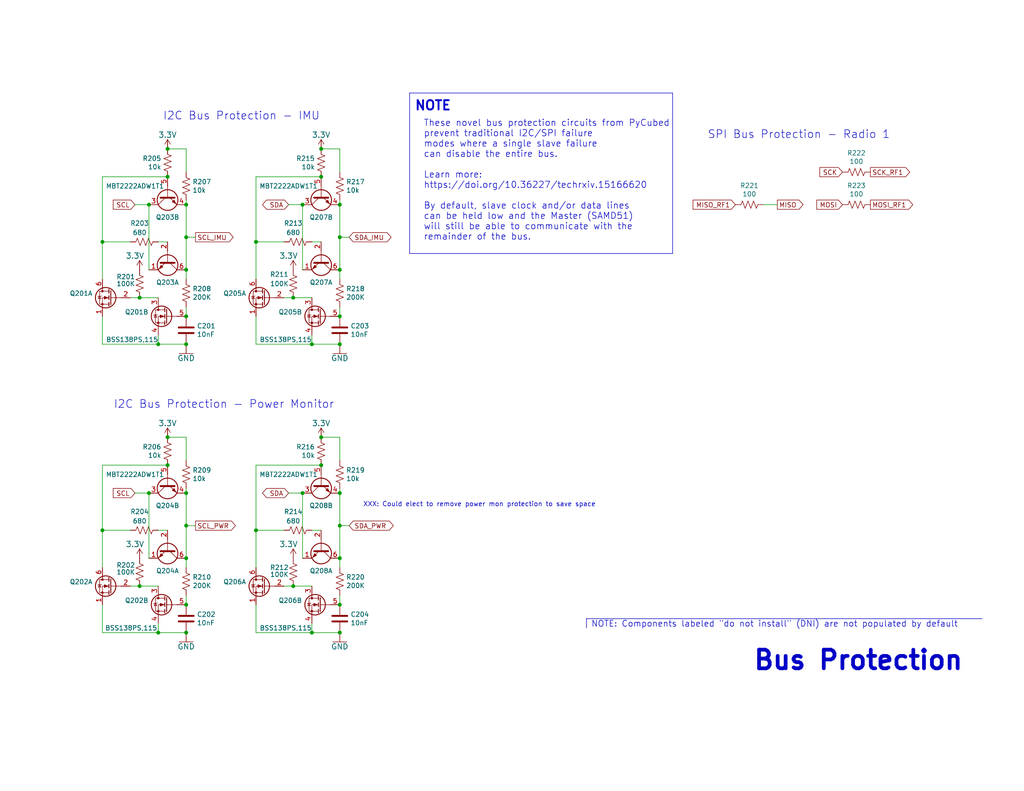
<source format=kicad_sch>
(kicad_sch (version 20231120) (generator "eeschema") (generator_version "8.0")
  (paper "USLetter")
  (title_block (title "Obi Wan Computer") (date "2024-06-07") (rev "1") (company "Ruchir Kavulli, Luke Titi, Michael Lyle") (comment 1 "Derived from PyCubed Mainboard v5"))
  (lib_symbols
    (symbol "Device:C" (pin_numbers hide) (pin_names (offset 0.254))
      (property "Reference" "C" (at 0.635 2.54 0))
      (property "Value" "C" (at 0.635 -2.54 0))
      (symbol "C_0_1"
        (polyline (pts (xy -2.032 -0.762) (xy 2.032 -0.762)) (stroke (width 0.508)))
        (polyline (pts (xy -2.032 0.762) (xy 2.032 0.762)) (stroke (width 0.508)))
      )
      (symbol "C_1_1"
        (pin passive line (at 0 3.81 270) (length 2.794) (name "~") (number "1"))
        (pin passive line (at 0 -3.81 90) (length 2.794) (name "~") (number "2"))
      )
    )
    (symbol "Device:R_US" (pin_numbers hide) (pin_names (offset 0))
      (property "Reference" "R" (at 2.54 0 90))
      (property "Value" "R_US" (at -2.54 0 90))
      (symbol "R_US_0_1"
        (polyline (pts (xy 0 -2.286) (xy 0 -2.54)))
        (polyline (pts (xy 0 2.286) (xy 0 2.54)))
        (polyline (pts (xy 0 -0.762) (xy 1.016 -1.143) (xy 0 -1.524) (xy -1.016 -1.905) (xy 0 -2.286)))
        (polyline (pts (xy 0 0.762) (xy 1.016 0.381) (xy 0 0) (xy -1.016 -0.381) (xy 0 -0.762)))
        (polyline (pts (xy 0 2.286) (xy 1.016 1.905) (xy 0 1.524) (xy -1.016 1.143) (xy 0 0.762)))
      )
      (symbol "R_US_1_1"
        (pin passive line (at 0 3.81 270) (length 1.27) (name "~") (number "1"))
        (pin passive line (at 0 -3.81 90) (length 1.27) (name "~") (number "2"))
      )
    )
    (symbol "Transistor_BJT:MBT2222ADW1T1" (pin_names (offset 0) hide)
      (property "Reference" "Q" (at 5.08 1.27 0))
      (property "Value" "MBT2222ADW1T1" (at 5.08 -1.27 0))
      (symbol "MBT2222ADW1T1_0_1"
        (polyline (pts (xy 0.635 0) (xy -2.54 0)))
        (polyline (pts (xy 0.635 0.635) (xy 2.54 2.54)))
        (polyline (pts (xy 0.635 -0.635) (xy 2.54 -2.54) (xy 2.54 -2.54)))
        (polyline (pts (xy 0.635 1.905) (xy 0.635 -1.905) (xy 0.635 -1.905)) (stroke (width 0.508)))
        (polyline (pts (xy 1.27 -1.778) (xy 1.778 -1.27) (xy 2.286 -2.286) (xy 1.27 -1.778) (xy 1.27 -1.778)) (fill (type outline)))
        (circle (center 1.27 0) (radius 2.8194) (stroke (width 0.254)))
      )
      (symbol "MBT2222ADW1T1_1_1"
        (pin passive line (at 2.54 -5.08 90) (length 2.54) (name "E1") (number "1"))
        (pin input line (at -5.08 0 0) (length 2.54) (name "B1") (number "2"))
        (pin passive line (at 2.54 5.08 270) (length 2.54) (name "C1") (number "6"))
      )
      (symbol "MBT2222ADW1T1_2_1"
        (pin passive line (at 2.54 5.08 270) (length 2.54) (name "C2") (number "3"))
        (pin passive line (at 2.54 -5.08 90) (length 2.54) (name "E2") (number "4"))
        (pin input line (at -5.08 0 0) (length 2.54) (name "B2") (number "5"))
      )
    )
    (symbol "mainboard:3.3V" (power) (pin_names (offset 1.016))
      (property "Value" "3.3V" (at -1.016 3.556 0))
      (symbol "3.3V_1_0"
        (polyline (pts (xy 0 2.54) (xy -0.762 1.27)))
        (polyline (pts (xy 0.762 1.27) (xy 0 2.54)))
        (pin power_in line (at 0 0 90) (length 2.54) (name "3.3V") (number "1"))
      )
    )
    (symbol "mainboard:BSS138DWQ-7" (pin_names (offset 0.762) hide)
      (property "Reference" "Q" (at -2.54 5.08 0))
      (property "Value" "BSS138DWQ-7" (at 3.81 6.35 0))
      (symbol "BSS138DWQ-7_1_1"
        (polyline (pts (xy -1.016 0) (xy -3.81 0)))
        (polyline (pts (xy -1.016 1.905) (xy -1.016 -1.905)) (stroke (width 0.254)))
        (polyline (pts (xy -0.508 -1.27) (xy -0.508 -2.286)) (stroke (width 0.254)))
        (polyline (pts (xy -0.508 0.508) (xy -0.508 -0.508)) (stroke (width 0.254)))
        (polyline (pts (xy -0.508 2.286) (xy -0.508 1.27)) (stroke (width 0.254)))
        (polyline (pts (xy 1.27 2.54) (xy 1.27 1.778)))
        (polyline (pts (xy 1.27 -2.54) (xy 1.27 0) (xy -0.508 0)))
        (polyline (pts (xy -0.508 -1.778) (xy 2.032 -1.778) (xy 2.032 1.778) (xy -0.508 1.778)))
        (polyline (pts (xy -0.254 0) (xy 0.762 0.381) (xy 0.762 -0.381) (xy -0.254 0)) (fill (type outline)))
        (polyline (pts (xy 1.524 0.508) (xy 1.651 0.381) (xy 2.413 0.381) (xy 2.54 0.254)))
        (polyline (pts (xy 2.032 0.381) (xy 1.651 -0.254) (xy 2.413 -0.254) (xy 2.032 0.381)))
        (circle (center 0.381 0) (radius 2.794) (stroke (width 0.254)))
        (circle (center 1.27 -1.778) (radius 0.254) (fill (type outline)))
        (circle (center 1.27 1.778) (radius 0.254) (fill (type outline)))
        (pin passive line (at 1.27 -5.08 90) (length 2.54) (name "S2") (number "1"))
        (pin input line (at -6.35 0 0) (length 2.54) (name "G2") (number "2"))
        (pin passive line (at 1.27 5.08 270) (length 2.54) (name "D1") (number "6"))
      )
      (symbol "BSS138DWQ-7_2_1"
        (polyline (pts (xy -1.016 0) (xy -3.81 0)))
        (polyline (pts (xy -1.016 1.905) (xy -1.016 -1.905)) (stroke (width 0.254)))
        (polyline (pts (xy -0.508 -1.27) (xy -0.508 -2.286)) (stroke (width 0.254)))
        (polyline (pts (xy -0.508 0.508) (xy -0.508 -0.508)) (stroke (width 0.254)))
        (polyline (pts (xy -0.508 2.286) (xy -0.508 1.27)) (stroke (width 0.254)))
        (polyline (pts (xy 1.27 2.54) (xy 1.27 1.778)))
        (polyline (pts (xy 1.27 -2.54) (xy 1.27 0) (xy -0.508 0)))
        (polyline (pts (xy -0.508 -1.778) (xy 2.032 -1.778) (xy 2.032 1.778) (xy -0.508 1.778)))
        (polyline (pts (xy -0.254 0) (xy 0.762 0.381) (xy 0.762 -0.381) (xy -0.254 0)) (fill (type outline)))
        (polyline (pts (xy 1.524 0.508) (xy 1.651 0.381) (xy 2.413 0.381) (xy 2.54 0.254)))
        (polyline (pts (xy 2.032 0.381) (xy 1.651 -0.254) (xy 2.413 -0.254) (xy 2.032 0.381)))
        (circle (center 0.381 0) (radius 2.794) (stroke (width 0.254)))
        (circle (center 1.27 -1.778) (radius 0.254) (fill (type outline)))
        (circle (center 1.27 1.778) (radius 0.254) (fill (type outline)))
        (pin passive line (at 1.27 5.08 270) (length 2.54) (name "D2") (number "3"))
        (pin passive line (at 1.27 -5.08 90) (length 2.54) (name "S1") (number "4"))
        (pin input line (at -6.35 0 0) (length 2.54) (name "G1") (number "5"))
      )
    )
    (symbol "mainboard:GND" (power) (pin_names (offset 1.016))
      (property "Value" "GND" (at -2.54 -2.54 0))
      (symbol "GND_1_0"
        (polyline (pts (xy -1.905 0) (xy 1.905 0)))
        (pin power_in line (at 0 2.54 270) (length 2.54) (name "GND") (number "1"))
      )
    )
  )
  (junction (at 50.8 55.88))
  (junction (at 85.09 93.98))
  (junction (at 45.72 119.38))
  (junction (at 92.71 93.98))
  (junction (at 40.64 55.88))
  (junction (at 92.71 165.1))
  (junction (at 92.71 73.66))
  (junction (at 43.18 172.72))
  (junction (at 69.85 66.04))
  (junction (at 50.8 73.66))
  (junction (at 50.8 64.77))
  (junction (at 50.8 172.72))
  (junction (at 92.71 64.77))
  (junction (at 50.8 143.51))
  (junction (at 87.63 127))
  (junction (at 27.94 66.04))
  (junction (at 43.18 93.98))
  (junction (at 50.8 86.36))
  (junction (at 82.55 134.62))
  (junction (at 38.1 160.02))
  (junction (at 40.64 134.62))
  (junction (at 92.71 134.62))
  (junction (at 69.85 144.78))
  (junction (at 45.72 48.26))
  (junction (at 45.72 127))
  (junction (at 92.71 143.51))
  (junction (at 87.63 40.64))
  (junction (at 38.1 81.28))
  (junction (at 82.55 55.88))
  (junction (at 80.01 81.28))
  (junction (at 27.94 144.78))
  (junction (at 45.72 40.64))
  (junction (at 80.01 160.02))
  (junction (at 85.09 172.72))
  (junction (at 92.71 172.72))
  (junction (at 92.71 152.4))
  (junction (at 92.71 86.36))
  (junction (at 50.8 134.62))
  (junction (at 87.63 48.26))
  (junction (at 92.71 55.88))
  (junction (at 50.8 152.4))
  (junction (at 50.8 93.98))
  (junction (at 87.63 119.38))
  (junction (at 50.8 165.1))
  (wire (pts (xy 92.71 162.56) (xy 92.71 165.1)))
  (wire (pts (xy 40.64 55.88) (xy 40.64 73.66)))
  (wire (pts (xy 43.18 170.18) (xy 43.18 172.72)))
  (wire (pts (xy 50.8 83.82) (xy 50.8 86.36)))
  (wire (pts (xy 69.85 66.04) (xy 77.47 66.04)))
  (wire (pts (xy 50.8 64.77) (xy 50.8 55.88)))
  (wire (pts (xy 85.09 172.72) (xy 92.71 172.72)))
  (wire (pts (xy 50.8 162.56) (xy 50.8 165.1)))
  (wire (pts (xy 69.85 172.72) (xy 85.09 172.72)))
  (polyline (pts (xy 160.02 168.91) (xy 267.97 168.91)))
  (wire (pts (xy 50.8 154.94) (xy 50.8 152.4)))
  (wire (pts (xy 92.71 133.35) (xy 92.71 134.62)))
  (wire (pts (xy 92.71 119.38) (xy 87.63 119.38)))
  (wire (pts (xy 27.94 76.2) (xy 27.94 66.04)))
  (wire (pts (xy 69.85 127) (xy 87.63 127)))
  (polyline (pts (xy 160.02 171.45) (xy 160.02 168.91)))
  (wire (pts (xy 80.01 160.02) (xy 77.47 160.02)))
  (wire (pts (xy 50.8 46.99) (xy 50.8 40.64)))
  (wire (pts (xy 50.8 54.61) (xy 50.8 55.88)))
  (wire (pts (xy 92.71 73.66) (xy 92.71 64.77)))
  (wire (pts (xy 85.09 160.02) (xy 80.01 160.02)))
  (wire (pts (xy 36.83 134.62) (xy 40.64 134.62)))
  (wire (pts (xy 50.8 76.2) (xy 50.8 73.66)))
  (wire (pts (xy 69.85 144.78) (xy 69.85 127)))
  (wire (pts (xy 43.18 81.28) (xy 38.1 81.28)))
  (wire (pts (xy 50.8 143.51) (xy 50.8 134.62)))
  (wire (pts (xy 82.55 55.88) (xy 82.55 73.66)))
  (wire (pts (xy 27.94 66.04) (xy 35.56 66.04)))
  (wire (pts (xy 92.71 143.51) (xy 92.71 134.62)))
  (wire (pts (xy 50.8 125.73) (xy 50.8 119.38)))
  (wire (pts (xy 27.94 127) (xy 45.72 127)))
  (wire (pts (xy 92.71 152.4) (xy 92.71 143.51)))
  (wire (pts (xy 50.8 73.66) (xy 50.8 64.77)))
  (wire (pts (xy 27.94 66.04) (xy 27.94 48.26)))
  (wire (pts (xy 43.18 172.72) (xy 50.8 172.72)))
  (wire (pts (xy 92.71 154.94) (xy 92.71 152.4)))
  (wire (pts (xy 43.18 91.44) (xy 43.18 93.98)))
  (wire (pts (xy 38.1 81.28) (xy 35.56 81.28)))
  (wire (pts (xy 69.85 144.78) (xy 77.47 144.78)))
  (wire (pts (xy 27.94 144.78) (xy 35.56 144.78)))
  (wire (pts (xy 36.83 55.88) (xy 40.64 55.88)))
  (wire (pts (xy 53.34 143.51) (xy 50.8 143.51)))
  (wire (pts (xy 27.94 172.72) (xy 43.18 172.72)))
  (wire (pts (xy 50.8 133.35) (xy 50.8 134.62)))
  (wire (pts (xy 43.18 93.98) (xy 50.8 93.98)))
  (wire (pts (xy 40.64 134.62) (xy 40.64 152.4)))
  (wire (pts (xy 95.25 64.77) (xy 92.71 64.77)))
  (wire (pts (xy 43.18 160.02) (xy 38.1 160.02)))
  (wire (pts (xy 50.8 119.38) (xy 45.72 119.38)))
  (wire (pts (xy 27.94 86.36) (xy 27.94 93.98)))
  (wire (pts (xy 45.72 66.04) (xy 43.18 66.04)))
  (wire (pts (xy 27.94 93.98) (xy 43.18 93.98)))
  (wire (pts (xy 69.85 93.98) (xy 85.09 93.98)))
  (wire (pts (xy 80.01 81.28) (xy 77.47 81.28)))
  (wire (pts (xy 69.85 76.2) (xy 69.85 66.04)))
  (wire (pts (xy 85.09 170.18) (xy 85.09 172.72)))
  (polyline (pts (xy 183.515 25.4) (xy 111.76 25.4)))
  (wire (pts (xy 87.63 144.78) (xy 85.09 144.78)))
  (wire (pts (xy 92.71 64.77) (xy 92.71 55.88)))
  (wire (pts (xy 78.74 55.88) (xy 82.55 55.88)))
  (wire (pts (xy 92.71 76.2) (xy 92.71 73.66)))
  (wire (pts (xy 69.85 154.94) (xy 69.85 144.78)))
  (wire (pts (xy 92.71 83.82) (xy 92.71 86.36)))
  (wire (pts (xy 69.85 165.1) (xy 69.85 172.72)))
  (wire (pts (xy 50.8 152.4) (xy 50.8 143.51)))
  (wire (pts (xy 38.1 160.02) (xy 35.56 160.02)))
  (wire (pts (xy 85.09 81.28) (xy 80.01 81.28)))
  (wire (pts (xy 92.71 125.73) (xy 92.71 119.38)))
  (wire (pts (xy 27.94 165.1) (xy 27.94 172.72)))
  (wire (pts (xy 208.28 55.88) (xy 212.09 55.88)))
  (wire (pts (xy 92.71 54.61) (xy 92.71 55.88)))
  (wire (pts (xy 27.94 48.26) (xy 45.72 48.26)))
  (polyline (pts (xy 111.76 25.4) (xy 111.76 69.215)))
  (wire (pts (xy 85.09 93.98) (xy 92.71 93.98)))
  (wire (pts (xy 92.71 40.64) (xy 87.63 40.64)))
  (wire (pts (xy 92.71 46.99) (xy 92.71 40.64)))
  (wire (pts (xy 27.94 144.78) (xy 27.94 127)))
  (wire (pts (xy 27.94 154.94) (xy 27.94 144.78)))
  (wire (pts (xy 69.85 66.04) (xy 69.85 48.26)))
  (wire (pts (xy 45.72 144.78) (xy 43.18 144.78)))
  (wire (pts (xy 50.8 40.64) (xy 45.72 40.64)))
  (wire (pts (xy 69.85 86.36) (xy 69.85 93.98)))
  (wire (pts (xy 95.25 143.51) (xy 92.71 143.51)))
  (wire (pts (xy 87.63 66.04) (xy 85.09 66.04)))
  (wire (pts (xy 82.55 134.62) (xy 82.55 152.4)))
  (wire (pts (xy 85.09 91.44) (xy 85.09 93.98)))
  (wire (pts (xy 78.74 134.62) (xy 82.55 134.62)))
  (polyline (pts (xy 183.515 69.215) (xy 183.515 25.4)))
  (polyline (pts (xy 111.76 69.215) (xy 183.515 69.215)))
  (wire (pts (xy 53.34 64.77) (xy 50.8 64.77)))
  (wire (pts (xy 69.85 48.26) (xy 87.63 48.26)))
  (text "These novel bus protection circuits from PyCubed\nprevent traditional I2C/SPI failure \nmodes where a single slave failure\ncan disable the entire bus.\n\nLearn more: \nhttps://doi.org/10.36227/techrxiv.15166620\n\nBy default, slave clock and/or data lines \ncan be held low and the Master (SAMD51) \nwill still be able to communicate with the \nremainder of the bus." (at 115.57 65.786 0) (effects (font (size 1.7526 1.7526)) (justify left bottom)))
  (text "SPI Bus Protection - Radio 1" (at 193.04 38.1 0) (effects (font (size 2.159 2.159)) (justify left bottom)))
  (text "NOTE: Components labeled \"do not install\" (DNI) are not populated by default" (at 161.29 171.45 0) (effects (font (size 1.651 1.651)) (justify left bottom)))
  (text "NOTE" (at 113.03 30.48 0) (effects (font (size 2.54 2.54) (thickness 0.508) (bold yes)) (justify left bottom)))
  (text "Bus Protection" (at 205.232 183.388 0) (effects (font (size 5.08 5.08) (thickness 1.016) (bold yes)) (justify left bottom)))
  (text "I2C Bus Protection - Power Monitor" (at 30.988 111.76 0) (effects (font (size 2.159 2.159)) (justify left bottom)))
  (text "I2C Bus Protection - IMU" (at 44.45 33.02 0) (effects (font (size 2.159 2.159)) (justify left bottom)))
  (text "XXX: Could elect to remove power mon protection to save space" (at 130.81 137.795 0) (effects (font (size 1.27 1.27))))
  (global_label "SCL_PWR" (shape output) (at 53.34 143.51 0) (property "Intersheetrefs" "${INTERSHEET_REFS}" (effects (hide yes))))
  (global_label "SCK" (shape input) (at 229.87 46.99 180) (property "Intersheetrefs" "${INTERSHEET_REFS}" (effects (hide yes))))
  (global_label "SCL" (shape input) (at 36.83 134.62 180) (property "Intersheetrefs" "${INTERSHEET_REFS}" (effects (hide yes))))
  (global_label "MISO_RF1" (shape input) (at 200.66 55.88 180) (property "Intersheetrefs" "${INTERSHEET_REFS}" (effects (hide yes))))
  (global_label "MOSI_RF1" (shape output) (at 237.49 55.88 0) (property "Intersheetrefs" "${INTERSHEET_REFS}" (effects (hide yes))))
  (global_label "SCL_IMU" (shape output) (at 53.34 64.77 0) (property "Intersheetrefs" "${INTERSHEET_REFS}" (effects (hide yes))))
  (global_label "SDA" (shape bidirectional) (at 78.74 134.62 180) (property "Intersheetrefs" "${INTERSHEET_REFS}" (effects (hide yes))))
  (global_label "SCK_RF1" (shape output) (at 237.49 46.99 0) (property "Intersheetrefs" "${INTERSHEET_REFS}" (effects (hide yes))))
  (global_label "SDA_PWR" (shape bidirectional) (at 95.25 143.51 0) (property "Intersheetrefs" "${INTERSHEET_REFS}" (effects (hide yes))))
  (global_label "SCL" (shape input) (at 36.83 55.88 180) (property "Intersheetrefs" "${INTERSHEET_REFS}" (effects (hide yes))))
  (global_label "MISO" (shape output) (at 212.09 55.88 0) (property "Intersheetrefs" "${INTERSHEET_REFS}" (effects (hide yes))))
  (global_label "SDA" (shape bidirectional) (at 78.74 55.88 180) (property "Intersheetrefs" "${INTERSHEET_REFS}" (effects (hide yes))))
  (global_label "MOSI" (shape input) (at 229.87 55.88 180) (property "Intersheetrefs" "${INTERSHEET_REFS}" (effects (hide yes))))
  (global_label "SDA_IMU" (shape bidirectional) (at 95.25 64.77 0) (property "Intersheetrefs" "${INTERSHEET_REFS}" (effects (hide yes))))
  (symbol (lib_id "mainboard:BSS138DWQ-7") (at 29.21 81.28 0) (mirror y) (unit 1)
    (property "Reference" "Q201" (at 25.273 80.1116 0) (effects (justify left)))
    (property "Value" "BSS138PS,115" (at 43.18 92.71 0) (effects (justify left)))
    (property "Footprint" "Package_TO_SOT_SMD:SOT-363_SC-70-6" (effects (hide yes)))
    (property "Datasheet" "https://www.diodes.com/assets/Datasheets/BSS138DWQ.pdf" (effects (hide yes)))
    (property "Description" "Dual N-Channel MOSFET - 2NMOS" (effects (hide yes)))
    (property "Flight" "BSS138PS,115" (effects (hide yes)))
    (property "Manufacturer_Part_Number" "BSS138PS,115" (effects (hide yes)))
    (property "Proto" "BSS138PS,115" (effects (hide yes)))
    (property "LCSC" "C193381" (effects (hide yes)))
  )
  (symbol (lib_id "mainboard:BSS138DWQ-7") (at 44.45 86.36 0) (mirror y) (unit 2)
    (property "Reference" "Q201" (at 40.513 85.1916 0) (effects (justify left)))
    (property "Value" "BSS138PS,115" (effects (hide yes)))
    (property "Footprint" "Package_TO_SOT_SMD:SOT-363_SC-70-6" (effects (hide yes)))
    (property "Datasheet" "https://www.diodes.com/assets/Datasheets/BSS138DWQ.pdf" (effects (hide yes)))
    (property "Description" "Dual N-Channel MOSFET - 2NMOS" (effects (hide yes)))
    (property "Flight" "BSS138PS,115" (effects (hide yes)))
    (property "Manufacturer_Part_Number" "BSS138PS,115" (effects (hide yes)))
    (property "Proto" "BSS138PS,115" (effects (hide yes)))
    (property "LCSC" "C193381" (effects (hide yes)))
  )
  (symbol (lib_id "Transistor_BJT:MBT2222ADW1T1") (at 45.72 71.12 270) (unit 1)
    (property "Reference" "Q203" (at 45.72 77.1144 90))
    (property "Value" "MBT2222ADW1T1" (effects (hide yes)))
    (property "Footprint" "Package_TO_SOT_SMD:SOT-363_SC-70-6" (effects (hide yes)))
    (property "Datasheet" "http://www.onsemi.com/pub_link/Collateral/MBT2222ADW1T1-D.PDF" (effects (hide yes)))
    (property "Description" "Dual NPN BJT - 2NPN" (effects (hide yes)))
    (property "Flight" "MBT2222ADW1T1G" (effects (hide yes)))
    (property "Manufacturer_Name" "onsemi" (effects (hide yes)))
    (property "Manufacturer_Part_Number" "MBT2222ADW1T1G" (effects (hide yes)))
    (property "Proto" "MBT2222ADW1T1G" (effects (hide yes)))
    (property "LCSC" "C157366" (effects (hide yes)))
  )
  (symbol (lib_id "Transistor_BJT:MBT2222ADW1T1") (at 45.72 53.34 90) (mirror x) (unit 2)
    (property "Reference" "Q203" (at 45.72 59.309 90))
    (property "Value" "MBT2222ADW1T1" (at 36.83 50.8 90))
    (property "Footprint" "Package_TO_SOT_SMD:SOT-363_SC-70-6" (effects (hide yes)))
    (property "Datasheet" "http://www.onsemi.com/pub_link/Collateral/MBT2222ADW1T1-D.PDF" (effects (hide yes)))
    (property "Description" "Dual NPN BJT - 2NPN" (effects (hide yes)))
    (property "Flight" "MBT2222ADW1T1G" (effects (hide yes)))
    (property "Manufacturer_Name" "onsemi" (effects (hide yes)))
    (property "Manufacturer_Part_Number" "MBT2222ADW1T1G" (effects (hide yes)))
    (property "Proto" "MBT2222ADW1T1G" (effects (hide yes)))
    (property "LCSC" "C157366" (effects (hide yes)))
  )
  (symbol (lib_id "Device:C") (at 50.8 90.17 0) (unit 1)
    (property "Reference" "C201" (at 53.721 89.0016 0) (effects (justify left)))
    (property "Value" "10nF" (at 53.721 91.313 0) (effects (justify left)))
    (property "Footprint" "Capacitor_SMD:C_0603_1608Metric" (effects (hide yes)))
    (property "Description" "50V 10nF X7R ±10% 0603" (effects (hide yes)))
    (property "LCSC" "C1589" (effects (hide yes)))
    (property "Manufacturer_Name" " Samsung Electro-Mechanics" (effects (hide yes)))
    (property "Manufacturer_Part_Number" " CL10B103KB8NNNC" (effects (hide yes)))
  )
  (symbol (lib_id "mainboard:GND") (at 50.8 96.52 0) (unit 1)
    (property "Reference" "#GND0201" (effects (hide yes)))
    (property "Value" "GND" (at 50.8 97.79 0) (effects (font (size 1.4986 1.4986))))
  )
  (symbol (lib_id "Device:R_US") (at 50.8 50.8 0) (unit 1)
    (property "Reference" "R207" (at 52.5272 49.6316 0) (effects (justify left)))
    (property "Value" "10k" (at 52.5272 51.943 0) (effects (justify left)))
    (property "Footprint" "Resistor_SMD:R_0603_1608Metric" (effects (hide yes)))
    (property "Description" "10k 0603" (effects (hide yes)))
    (property "LCSC" "C169849" (effects (hide yes)))
    (property "Manufacturer_Name" "PANASONIC" (effects (hide yes)))
    (property "Manufacturer_Part_Number" "ERJ3GEYJ103V" (effects (hide yes)))
  )
  (symbol (lib_id "Device:R_US") (at 45.72 44.45 0) (unit 1)
    (property "Reference" "R205" (at 44.0182 43.2816 0) (effects (justify right)))
    (property "Value" "10k" (at 44.0182 45.593 0) (effects (justify right)))
    (property "Footprint" "Resistor_SMD:R_0603_1608Metric" (effects (hide yes)))
    (property "Description" "10k 0603" (effects (hide yes)))
    (property "LCSC" "C169849" (effects (hide yes)))
    (property "Manufacturer_Name" "PANASONIC" (effects (hide yes)))
    (property "Manufacturer_Part_Number" "ERJ3GEYJ103V" (effects (hide yes)))
  )
  (symbol (lib_id "mainboard:3.3V") (at 45.72 40.64 0) (unit 1)
    (property "Reference" "#P+0203" (effects (hide yes)))
    (property "Value" "3.3V" (at 45.72 36.83 0) (effects (font (size 1.4986 1.4986))))
  )
  (symbol (lib_id "Device:R_US") (at 39.37 66.04 270) (unit 1)
    (property "Reference" "R203" (at 38.1 60.96 90))
    (property "Value" "680" (at 38.1 63.5 90))
    (property "Footprint" "Resistor_SMD:R_0603_1608Metric" (effects (hide yes)))
    (property "Description" "680 0603" (effects (hide yes)))
    (property "LCSC" "C112310" (effects (hide yes)))
  )
  (symbol (lib_id "Device:R_US") (at 38.1 77.47 0) (unit 1)
    (property "Reference" "R201" (at 31.75 75.565 0) (effects (justify left)))
    (property "Value" "100K" (at 31.75 77.47 0) (effects (justify left)))
    (property "Footprint" "Resistor_SMD:R_0603_1608Metric" (effects (hide yes)))
    (property "Description" "100K 0603" (effects (hide yes)))
    (property "LCSC" "C5369222" (effects (hide yes)))
    (property "Manufacturer_Name" " Vishay Intertech" (effects (hide yes)))
    (property "Manufacturer_Part_Number" " CRCW0603100KFKEC" (effects (hide yes)))
  )
  (symbol (lib_id "mainboard:3.3V") (at 38.1 73.66 0) (unit 1)
    (property "Reference" "#P+0201" (effects (hide yes)))
    (property "Value" "3.3V" (at 36.83 69.85 0) (effects (font (size 1.4986 1.4986))))
  )
  (symbol (lib_id "Device:R_US") (at 50.8 80.01 0) (unit 1)
    (property "Reference" "R208" (at 52.5272 78.8416 0) (effects (justify left)))
    (property "Value" "200K" (at 52.5272 81.153 0) (effects (justify left)))
    (property "Footprint" "Resistor_SMD:R_0603_1608Metric" (effects (hide yes)))
    (property "Description" "200K 0603" (effects (hide yes)))
    (property "LCSC" "C473261" (effects (hide yes)))
    (property "Manufacturer_Name" " PANASONIC" (effects (hide yes)))
    (property "Manufacturer_Part_Number" " ERA3AEB204V" (effects (hide yes)))
  )
  (symbol (lib_id "Transistor_BJT:MBT2222ADW1T1") (at 87.63 71.12 270) (unit 1)
    (property "Reference" "Q207" (at 87.63 77.1144 90))
    (property "Value" "MBT2222ADW1T1" (effects (hide yes)))
    (property "Footprint" "Package_TO_SOT_SMD:SOT-363_SC-70-6" (effects (hide yes)))
    (property "Datasheet" "http://www.onsemi.com/pub_link/Collateral/MBT2222ADW1T1-D.PDF" (effects (hide yes)))
    (property "Description" "Dual NPN BJT - 2NPN" (effects (hide yes)))
    (property "Flight" "MBT2222ADW1T1G" (effects (hide yes)))
    (property "Manufacturer_Name" "onsemi" (effects (hide yes)))
    (property "Manufacturer_Part_Number" "MBT2222ADW1T1G" (effects (hide yes)))
    (property "Proto" "MBT2222ADW1T1G" (effects (hide yes)))
    (property "LCSC" "C157366" (effects (hide yes)))
  )
  (symbol (lib_id "Transistor_BJT:MBT2222ADW1T1") (at 87.63 53.34 90) (mirror x) (unit 2)
    (property "Reference" "Q207" (at 87.63 59.309 90))
    (property "Value" "MBT2222ADW1T1" (at 78.74 50.8 90))
    (property "Footprint" "Package_TO_SOT_SMD:SOT-363_SC-70-6" (effects (hide yes)))
    (property "Datasheet" "http://www.onsemi.com/pub_link/Collateral/MBT2222ADW1T1-D.PDF" (effects (hide yes)))
    (property "Description" "Dual NPN BJT - 2NPN" (effects (hide yes)))
    (property "Flight" "MBT2222ADW1T1G" (effects (hide yes)))
    (property "Manufacturer_Name" "onsemi" (effects (hide yes)))
    (property "Manufacturer_Part_Number" "MBT2222ADW1T1G" (effects (hide yes)))
    (property "Proto" "MBT2222ADW1T1G" (effects (hide yes)))
    (property "LCSC" "C157366" (effects (hide yes)))
  )
  (symbol (lib_id "Device:C") (at 92.71 90.17 0) (unit 1)
    (property "Reference" "C203" (at 95.631 89.0016 0) (effects (justify left)))
    (property "Value" "10nF" (at 95.631 91.313 0) (effects (justify left)))
    (property "Footprint" "Capacitor_SMD:C_0603_1608Metric" (effects (hide yes)))
    (property "Description" "50V 10nF X7R ±10% 0603" (effects (hide yes)))
    (property "LCSC" "C1589" (effects (hide yes)))
    (property "Manufacturer_Name" " Samsung Electro-Mechanics" (effects (hide yes)))
    (property "Manufacturer_Part_Number" " CL10B103KB8NNNC" (effects (hide yes)))
  )
  (symbol (lib_id "mainboard:GND") (at 92.71 96.52 0) (unit 1)
    (property "Reference" "#GND0203" (effects (hide yes)))
    (property "Value" "GND" (at 92.71 97.79 0) (effects (font (size 1.4986 1.4986))))
  )
  (symbol (lib_id "Device:R_US") (at 87.63 44.45 0) (unit 1)
    (property "Reference" "R215" (at 85.9282 43.2816 0) (effects (justify right)))
    (property "Value" "10k" (at 85.9282 45.593 0) (effects (justify right)))
    (property "Footprint" "Resistor_SMD:R_0603_1608Metric" (effects (hide yes)))
    (property "Description" "10k 0603" (effects (hide yes)))
    (property "LCSC" "C169849" (effects (hide yes)))
    (property "Manufacturer_Name" "PANASONIC" (effects (hide yes)))
    (property "Manufacturer_Part_Number" "ERJ3GEYJ103V" (effects (hide yes)))
  )
  (symbol (lib_id "mainboard:3.3V") (at 87.63 40.64 0) (unit 1)
    (property "Reference" "#P+0207" (effects (hide yes)))
    (property "Value" "3.3V" (at 87.63 36.83 0) (effects (font (size 1.4986 1.4986))))
  )
  (symbol (lib_id "Device:R_US") (at 81.28 66.04 270) (unit 1)
    (property "Reference" "R213" (at 80.01 60.96 90))
    (property "Value" "680" (at 80.01 63.5 90))
    (property "Footprint" "Resistor_SMD:R_0603_1608Metric" (effects (hide yes)))
    (property "Description" "680 0603" (effects (hide yes)))
    (property "LCSC" "C112310" (effects (hide yes)))
  )
  (symbol (lib_id "mainboard:BSS138DWQ-7") (at 86.36 86.36 0) (mirror y) (unit 2)
    (property "Reference" "Q205" (at 82.423 85.1916 0) (effects (justify left)))
    (property "Value" "BSS138PS,115" (effects (hide yes)))
    (property "Footprint" "Package_TO_SOT_SMD:SOT-363_SC-70-6" (effects (hide yes)))
    (property "Datasheet" "https://www.diodes.com/assets/Datasheets/BSS138DWQ.pdf" (effects (hide yes)))
    (property "Description" "Dual N-Channel MOSFET - 2NMOS" (effects (hide yes)))
    (property "Flight" "BSS138PS,115" (effects (hide yes)))
    (property "Manufacturer_Part_Number" "BSS138PS,115" (effects (hide yes)))
    (property "Proto" "BSS138PS,115" (effects (hide yes)))
    (property "LCSC" "C193381" (effects (hide yes)))
  )
  (symbol (lib_id "Device:R_US") (at 92.71 80.01 0) (unit 1)
    (property "Reference" "R218" (at 94.4372 78.8416 0) (effects (justify left)))
    (property "Value" "200K" (at 94.4372 81.153 0) (effects (justify left)))
    (property "Footprint" "Resistor_SMD:R_0603_1608Metric" (effects (hide yes)))
    (property "Description" "200K 0603" (effects (hide yes)))
    (property "LCSC" "C473261" (effects (hide yes)))
    (property "Manufacturer_Name" " PANASONIC" (effects (hide yes)))
    (property "Manufacturer_Part_Number" " ERA3AEB204V" (effects (hide yes)))
  )
  (symbol (lib_id "mainboard:3.3V") (at 80.01 73.66 0) (unit 1)
    (property "Reference" "#P+0205" (effects (hide yes)))
    (property "Value" "3.3V" (at 78.74 69.85 0) (effects (font (size 1.4986 1.4986))))
  )
  (symbol (lib_id "Device:R_US") (at 80.01 77.47 0) (unit 1)
    (property "Reference" "R211" (at 73.66 74.93 0) (effects (justify left)))
    (property "Value" "100K" (at 73.66 77.47 0) (effects (justify left)))
    (property "Footprint" "Resistor_SMD:R_0603_1608Metric" (effects (hide yes)))
    (property "Description" "100K 0603" (effects (hide yes)))
    (property "LCSC" "C5369222" (effects (hide yes)))
    (property "Manufacturer_Name" " Vishay Intertech" (effects (hide yes)))
    (property "Manufacturer_Part_Number" " CRCW0603100KFKEC" (effects (hide yes)))
  )
  (symbol (lib_id "mainboard:BSS138DWQ-7") (at 71.12 81.28 0) (mirror y) (unit 1)
    (property "Reference" "Q205" (at 67.183 80.1116 0) (effects (justify left)))
    (property "Value" "BSS138PS,115" (at 85.09 92.71 0) (effects (justify left)))
    (property "Footprint" "Package_TO_SOT_SMD:SOT-363_SC-70-6" (effects (hide yes)))
    (property "Datasheet" "https://www.diodes.com/assets/Datasheets/BSS138DWQ.pdf" (effects (hide yes)))
    (property "Description" "Dual N-Channel MOSFET - 2NMOS" (effects (hide yes)))
    (property "Flight" "BSS138PS,115" (effects (hide yes)))
    (property "Manufacturer_Part_Number" "BSS138PS,115" (effects (hide yes)))
    (property "Proto" "BSS138PS,115" (effects (hide yes)))
    (property "LCSC" "C193381" (effects (hide yes)))
  )
  (symbol (lib_id "Device:R_US") (at 92.71 50.8 0) (unit 1)
    (property "Reference" "R217" (at 94.4372 49.6316 0) (effects (justify left)))
    (property "Value" "10k" (at 94.4372 51.943 0) (effects (justify left)))
    (property "Footprint" "Resistor_SMD:R_0603_1608Metric" (effects (hide yes)))
    (property "Description" "10k 0603" (effects (hide yes)))
    (property "LCSC" "C169849" (effects (hide yes)))
    (property "Manufacturer_Name" "PANASONIC" (effects (hide yes)))
    (property "Manufacturer_Part_Number" "ERJ3GEYJ103V" (effects (hide yes)))
  )
  (symbol (lib_id "Transistor_BJT:MBT2222ADW1T1") (at 45.72 132.08 90) (mirror x) (unit 2)
    (property "Reference" "Q204" (at 45.72 138.049 90))
    (property "Value" "MBT2222ADW1T1" (at 36.83 129.54 90))
    (property "Footprint" "Package_TO_SOT_SMD:SOT-363_SC-70-6" (effects (hide yes)))
    (property "Datasheet" "http://www.onsemi.com/pub_link/Collateral/MBT2222ADW1T1-D.PDF" (effects (hide yes)))
    (property "Description" "Dual NPN BJT - 2NPN" (effects (hide yes)))
    (property "Flight" "MBT2222ADW1T1G" (effects (hide yes)))
    (property "Manufacturer_Name" "onsemi" (effects (hide yes)))
    (property "Manufacturer_Part_Number" "MBT2222ADW1T1G" (effects (hide yes)))
    (property "Proto" "MBT2222ADW1T1G" (effects (hide yes)))
    (property "LCSC" "C157366" (effects (hide yes)))
  )
  (symbol (lib_id "Device:C") (at 50.8 168.91 0) (unit 1)
    (property "Reference" "C202" (at 53.721 167.7416 0) (effects (justify left)))
    (property "Value" "10nF" (at 53.721 170.053 0) (effects (justify left)))
    (property "Footprint" "Capacitor_SMD:C_0603_1608Metric" (effects (hide yes)))
    (property "Description" "50V 10nF X7R ±10% 0603" (effects (hide yes)))
    (property "LCSC" "C1589" (effects (hide yes)))
    (property "Manufacturer_Name" " Samsung Electro-Mechanics" (effects (hide yes)))
    (property "Manufacturer_Part_Number" " CL10B103KB8NNNC" (effects (hide yes)))
  )
  (symbol (lib_id "mainboard:GND") (at 50.8 175.26 0) (unit 1)
    (property "Reference" "#GND0202" (effects (hide yes)))
    (property "Value" "GND" (at 50.8 176.53 0) (effects (font (size 1.4986 1.4986))))
  )
  (symbol (lib_id "Device:R_US") (at 45.72 123.19 0) (unit 1)
    (property "Reference" "R206" (at 44.0182 122.0216 0) (effects (justify right)))
    (property "Value" "10k" (at 44.0182 124.333 0) (effects (justify right)))
    (property "Footprint" "Resistor_SMD:R_0603_1608Metric" (effects (hide yes)))
    (property "Description" "10k 0603" (effects (hide yes)))
    (property "LCSC" "C169849" (effects (hide yes)))
    (property "Manufacturer_Name" "PANASONIC" (effects (hide yes)))
    (property "Manufacturer_Part_Number" "ERJ3GEYJ103V" (effects (hide yes)))
  )
  (symbol (lib_id "mainboard:3.3V") (at 45.72 119.38 0) (unit 1)
    (property "Reference" "#P+0204" (effects (hide yes)))
    (property "Value" "3.3V" (at 45.72 115.57 0) (effects (font (size 1.4986 1.4986))))
  )
  (symbol (lib_id "Device:R_US") (at 39.37 144.78 270) (unit 1)
    (property "Reference" "R204" (at 38.1 139.7 90))
    (property "Value" "680" (at 38.1 142.24 90))
    (property "Footprint" "Resistor_SMD:R_0603_1608Metric" (effects (hide yes)))
    (property "Description" "680 0603" (effects (hide yes)))
    (property "LCSC" "C112310" (effects (hide yes)))
  )
  (symbol (lib_id "mainboard:BSS138DWQ-7") (at 44.45 165.1 0) (mirror y) (unit 2)
    (property "Reference" "Q202" (at 40.513 163.9316 0) (effects (justify left)))
    (property "Value" "BSS138PS,115" (effects (hide yes)))
    (property "Footprint" "Package_TO_SOT_SMD:SOT-363_SC-70-6" (effects (hide yes)))
    (property "Datasheet" "https://www.diodes.com/assets/Datasheets/BSS138DWQ.pdf" (effects (hide yes)))
    (property "Description" "Dual N-Channel MOSFET - 2NMOS" (effects (hide yes)))
    (property "Flight" "BSS138PS,115" (effects (hide yes)))
    (property "Manufacturer_Part_Number" "BSS138PS,115" (effects (hide yes)))
    (property "Proto" "BSS138PS,115" (effects (hide yes)))
    (property "LCSC" "C193381" (effects (hide yes)))
  )
  (symbol (lib_id "Device:R_US") (at 50.8 158.75 0) (unit 1)
    (property "Reference" "R210" (at 52.5272 157.5816 0) (effects (justify left)))
    (property "Value" "200K" (at 52.5272 159.893 0) (effects (justify left)))
    (property "Footprint" "Resistor_SMD:R_0603_1608Metric" (effects (hide yes)))
    (property "Description" "200K 0603" (effects (hide yes)))
    (property "LCSC" "C473261" (effects (hide yes)))
    (property "Manufacturer_Name" " PANASONIC" (effects (hide yes)))
    (property "Manufacturer_Part_Number" " ERA3AEB204V" (effects (hide yes)))
  )
  (symbol (lib_id "mainboard:3.3V") (at 38.1 152.4 0) (unit 1)
    (property "Reference" "#P+0202" (effects (hide yes)))
    (property "Value" "3.3V" (at 36.83 148.59 0) (effects (font (size 1.4986 1.4986))))
  )
  (symbol (lib_id "Device:R_US") (at 38.1 156.21 0) (unit 1)
    (property "Reference" "R202" (at 31.75 154.305 0) (effects (justify left)))
    (property "Value" "100K" (at 31.75 156.21 0) (effects (justify left)))
    (property "Footprint" "Resistor_SMD:R_0603_1608Metric" (effects (hide yes)))
    (property "Description" "100K 0603" (effects (hide yes)))
    (property "LCSC" "C5369222" (effects (hide yes)))
    (property "Manufacturer_Name" " Vishay Intertech" (effects (hide yes)))
    (property "Manufacturer_Part_Number" " CRCW0603100KFKEC" (effects (hide yes)))
  )
  (symbol (lib_id "mainboard:BSS138DWQ-7") (at 29.21 160.02 0) (mirror y) (unit 1)
    (property "Reference" "Q202" (at 25.273 158.8516 0) (effects (justify left)))
    (property "Value" "BSS138PS,115" (at 42.926 171.45 0) (effects (justify left)))
    (property "Footprint" "Package_TO_SOT_SMD:SOT-363_SC-70-6" (effects (hide yes)))
    (property "Datasheet" "https://www.diodes.com/assets/Datasheets/BSS138DWQ.pdf" (effects (hide yes)))
    (property "Description" "Dual N-Channel MOSFET - 2NMOS" (effects (hide yes)))
    (property "Flight" "BSS138PS,115" (effects (hide yes)))
    (property "Manufacturer_Part_Number" "BSS138PS,115" (effects (hide yes)))
    (property "Proto" "BSS138PS,115" (effects (hide yes)))
    (property "LCSC" "C193381" (effects (hide yes)))
  )
  (symbol (lib_id "Device:R_US") (at 50.8 129.54 0) (unit 1)
    (property "Reference" "R209" (at 52.5272 128.3716 0) (effects (justify left)))
    (property "Value" "10k" (at 52.5272 130.683 0) (effects (justify left)))
    (property "Footprint" "Resistor_SMD:R_0603_1608Metric" (effects (hide yes)))
    (property "Description" "10k 0603" (effects (hide yes)))
    (property "LCSC" "C169849" (effects (hide yes)))
    (property "Manufacturer_Name" "PANASONIC" (effects (hide yes)))
    (property "Manufacturer_Part_Number" "ERJ3GEYJ103V" (effects (hide yes)))
  )
  (symbol (lib_id "Transistor_BJT:MBT2222ADW1T1") (at 87.63 132.08 90) (mirror x) (unit 2)
    (property "Reference" "Q208" (at 87.63 138.049 90))
    (property "Value" "MBT2222ADW1T1" (at 78.74 129.54 90))
    (property "Footprint" "Package_TO_SOT_SMD:SOT-363_SC-70-6" (effects (hide yes)))
    (property "Datasheet" "http://www.onsemi.com/pub_link/Collateral/MBT2222ADW1T1-D.PDF" (effects (hide yes)))
    (property "Description" "Dual NPN BJT - 2NPN" (effects (hide yes)))
    (property "Flight" "MBT2222ADW1T1G" (effects (hide yes)))
    (property "Manufacturer_Name" "onsemi" (effects (hide yes)))
    (property "Manufacturer_Part_Number" "MBT2222ADW1T1G" (effects (hide yes)))
    (property "Proto" "MBT2222ADW1T1G" (effects (hide yes)))
    (property "LCSC" "C157366" (effects (hide yes)))
  )
  (symbol (lib_id "Device:C") (at 92.71 168.91 0) (unit 1)
    (property "Reference" "C204" (at 95.631 167.7416 0) (effects (justify left)))
    (property "Value" "10nF" (at 95.631 170.053 0) (effects (justify left)))
    (property "Footprint" "Capacitor_SMD:C_0603_1608Metric" (effects (hide yes)))
    (property "Description" "50V 10nF X7R ±10% 0603" (effects (hide yes)))
    (property "LCSC" "C1589" (effects (hide yes)))
    (property "Manufacturer_Name" " Samsung Electro-Mechanics" (effects (hide yes)))
    (property "Manufacturer_Part_Number" " CL10B103KB8NNNC" (effects (hide yes)))
  )
  (symbol (lib_id "mainboard:GND") (at 92.71 175.26 0) (unit 1)
    (property "Reference" "#GND0204" (effects (hide yes)))
    (property "Value" "GND" (at 92.71 176.53 0) (effects (font (size 1.4986 1.4986))))
  )
  (symbol (lib_id "Device:R_US") (at 87.63 123.19 0) (unit 1)
    (property "Reference" "R216" (at 85.9282 122.0216 0) (effects (justify right)))
    (property "Value" "10k" (at 85.9282 124.333 0) (effects (justify right)))
    (property "Footprint" "Resistor_SMD:R_0603_1608Metric" (effects (hide yes)))
    (property "Description" "10k 0603" (effects (hide yes)))
    (property "LCSC" "C169849" (effects (hide yes)))
    (property "Manufacturer_Name" "PANASONIC" (effects (hide yes)))
    (property "Manufacturer_Part_Number" "ERJ3GEYJ103V" (effects (hide yes)))
  )
  (symbol (lib_id "mainboard:3.3V") (at 87.63 119.38 0) (unit 1)
    (property "Reference" "#P+0208" (effects (hide yes)))
    (property "Value" "3.3V" (at 87.63 115.57 0) (effects (font (size 1.4986 1.4986))))
  )
  (symbol (lib_id "Device:R_US") (at 81.28 144.78 270) (unit 1)
    (property "Reference" "R214" (at 80.01 139.7 90))
    (property "Value" "680" (at 80.01 142.24 90))
    (property "Footprint" "Resistor_SMD:R_0603_1608Metric" (effects (hide yes)))
    (property "Description" "680 0603" (effects (hide yes)))
    (property "LCSC" "C112310" (effects (hide yes)))
  )
  (symbol (lib_id "mainboard:BSS138DWQ-7") (at 86.36 165.1 0) (mirror y) (unit 2)
    (property "Reference" "Q206" (at 82.423 163.9316 0) (effects (justify left)))
    (property "Value" "BSS138PS,115" (effects (hide yes)))
    (property "Footprint" "Package_TO_SOT_SMD:SOT-363_SC-70-6" (effects (hide yes)))
    (property "Datasheet" "https://www.diodes.com/assets/Datasheets/BSS138DWQ.pdf" (effects (hide yes)))
    (property "Description" "Dual N-Channel MOSFET - 2NMOS" (effects (hide yes)))
    (property "Flight" "BSS138PS,115" (effects (hide yes)))
    (property "Manufacturer_Part_Number" "BSS138PS,115" (effects (hide yes)))
    (property "Proto" "BSS138PS,115" (effects (hide yes)))
    (property "LCSC" "C193381" (effects (hide yes)))
  )
  (symbol (lib_id "Device:R_US") (at 92.71 158.75 0) (unit 1)
    (property "Reference" "R220" (at 94.4372 157.5816 0) (effects (justify left)))
    (property "Value" "200K" (at 94.4372 159.893 0) (effects (justify left)))
    (property "Footprint" "Resistor_SMD:R_0603_1608Metric" (effects (hide yes)))
    (property "Description" "200K 0603" (effects (hide yes)))
    (property "LCSC" "C473261" (effects (hide yes)))
    (property "Manufacturer_Name" " PANASONIC" (effects (hide yes)))
    (property "Manufacturer_Part_Number" " ERA3AEB204V" (effects (hide yes)))
  )
  (symbol (lib_id "mainboard:3.3V") (at 80.01 152.4 0) (unit 1)
    (property "Reference" "#P+0206" (effects (hide yes)))
    (property "Value" "3.3V" (at 78.74 148.59 0) (effects (font (size 1.4986 1.4986))))
  )
  (symbol (lib_id "Device:R_US") (at 80.01 156.21 0) (unit 1)
    (property "Reference" "R212" (at 73.66 154.94 0) (effects (justify left)))
    (property "Value" "100K" (at 73.66 156.845 0) (effects (justify left)))
    (property "Footprint" "Resistor_SMD:R_0603_1608Metric" (effects (hide yes)))
    (property "Description" "100K 0603" (effects (hide yes)))
    (property "LCSC" "C5369222" (effects (hide yes)))
    (property "Manufacturer_Name" " Vishay Intertech" (effects (hide yes)))
    (property "Manufacturer_Part_Number" " CRCW0603100KFKEC" (effects (hide yes)))
  )
  (symbol (lib_id "mainboard:BSS138DWQ-7") (at 71.12 160.02 0) (mirror y) (unit 1)
    (property "Reference" "Q206" (at 67.183 158.8516 0) (effects (justify left)))
    (property "Value" "BSS138PS,115" (at 85.09 171.45 0) (effects (justify left)))
    (property "Footprint" "Package_TO_SOT_SMD:SOT-363_SC-70-6" (effects (hide yes)))
    (property "Datasheet" "https://www.diodes.com/assets/Datasheets/BSS138DWQ.pdf" (effects (hide yes)))
    (property "Description" "Dual N-Channel MOSFET - 2NMOS" (effects (hide yes)))
    (property "Flight" "BSS138PS,115" (effects (hide yes)))
    (property "Manufacturer_Part_Number" "BSS138PS,115" (effects (hide yes)))
    (property "Proto" "BSS138PS,115" (effects (hide yes)))
    (property "LCSC" "C193381" (effects (hide yes)))
  )
  (symbol (lib_id "Device:R_US") (at 92.71 129.54 0) (unit 1)
    (property "Reference" "R219" (at 94.4372 128.3716 0) (effects (justify left)))
    (property "Value" "10k" (at 94.4372 130.683 0) (effects (justify left)))
    (property "Footprint" "Resistor_SMD:R_0603_1608Metric" (effects (hide yes)))
    (property "Description" "10k 0603" (effects (hide yes)))
    (property "LCSC" "C169849" (effects (hide yes)))
    (property "Manufacturer_Name" "PANASONIC" (effects (hide yes)))
    (property "Manufacturer_Part_Number" "ERJ3GEYJ103V" (effects (hide yes)))
  )
  (symbol (lib_id "Device:R_US") (at 233.68 46.99 270) (unit 1)
    (property "Reference" "R222" (at 233.68 41.783 90))
    (property "Value" "100" (at 233.68 44.0944 90))
    (property "Footprint" "Resistor_SMD:R_0603_1608Metric" (effects (hide yes)))
    (property "LCSC" "C105588" (effects (hide yes)))
  )
  (symbol (lib_id "Transistor_BJT:MBT2222ADW1T1") (at 45.72 149.86 270) (unit 1)
    (property "Reference" "Q204" (at 45.72 155.8544 90))
    (property "Value" "MBT2222ADW1T1" (effects (hide yes)))
    (property "Footprint" "Package_TO_SOT_SMD:SOT-363_SC-70-6" (effects (hide yes)))
    (property "Datasheet" "http://www.onsemi.com/pub_link/Collateral/MBT2222ADW1T1-D.PDF" (effects (hide yes)))
    (property "Description" "Dual NPN BJT - 2NPN" (effects (hide yes)))
    (property "Flight" "MBT2222ADW1T1G" (effects (hide yes)))
    (property "Manufacturer_Name" "onsemi" (effects (hide yes)))
    (property "Manufacturer_Part_Number" "MBT2222ADW1T1G" (effects (hide yes)))
    (property "Proto" "MBT2222ADW1T1G" (effects (hide yes)))
    (property "LCSC" "C157366" (effects (hide yes)))
  )
  (symbol (lib_id "Transistor_BJT:MBT2222ADW1T1") (at 87.63 149.86 270) (unit 1)
    (property "Reference" "Q208" (at 87.63 155.8544 90))
    (property "Value" "MBT2222ADW1T1" (effects (hide yes)))
    (property "Footprint" "Package_TO_SOT_SMD:SOT-363_SC-70-6" (effects (hide yes)))
    (property "Datasheet" "http://www.onsemi.com/pub_link/Collateral/MBT2222ADW1T1-D.PDF" (effects (hide yes)))
    (property "Description" "Dual NPN BJT - 2NPN" (effects (hide yes)))
    (property "Flight" "MBT2222ADW1T1G" (effects (hide yes)))
    (property "Manufacturer_Name" "onsemi" (effects (hide yes)))
    (property "Manufacturer_Part_Number" "MBT2222ADW1T1G" (effects (hide yes)))
    (property "Proto" "MBT2222ADW1T1G" (effects (hide yes)))
    (property "LCSC" "C157366" (effects (hide yes)))
  )
  (symbol (lib_id "Device:R_US") (at 204.47 55.88 270) (unit 1)
    (property "Reference" "R221" (at 204.47 50.673 90))
    (property "Value" "100" (at 204.47 52.9844 90))
    (property "Footprint" "Resistor_SMD:R_0603_1608Metric" (effects (hide yes)))
    (property "Description" "0 0603" (effects (hide yes)))
    (property "LCSC" "C105588" (effects (hide yes)))
  )
  (symbol (lib_id "Device:R_US") (at 233.68 55.88 90) (unit 1)
    (property "Reference" "R223" (at 233.68 50.673 90))
    (property "Value" "100" (at 233.68 52.9844 90))
    (property "Footprint" "Resistor_SMD:R_0603_1608Metric" (effects (hide yes)))
    (property "LCSC" "C105588" (effects (hide yes)))
  )
)
</source>
